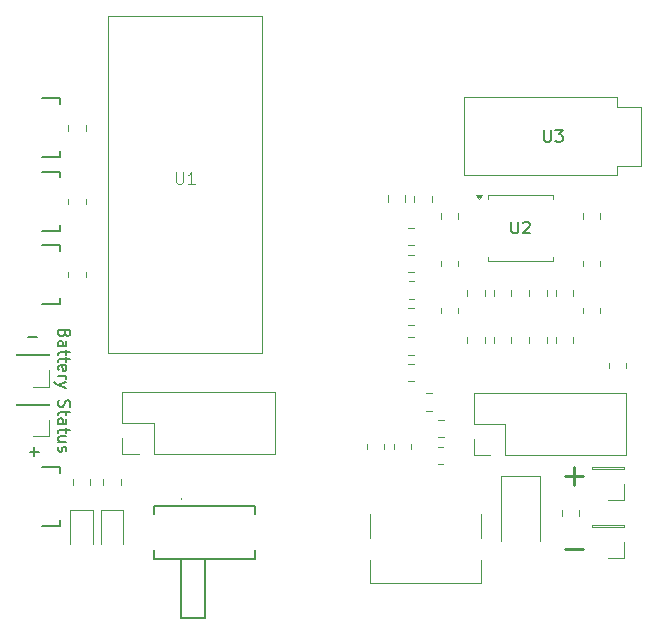
<source format=gbr>
%TF.GenerationSoftware,KiCad,Pcbnew,9.0.4*%
%TF.CreationDate,2025-09-28T00:45:50+02:00*%
%TF.ProjectId,BTM308-host,42544d33-3038-42d6-986f-73742e6b6963,rev?*%
%TF.SameCoordinates,Original*%
%TF.FileFunction,Legend,Top*%
%TF.FilePolarity,Positive*%
%FSLAX46Y46*%
G04 Gerber Fmt 4.6, Leading zero omitted, Abs format (unit mm)*
G04 Created by KiCad (PCBNEW 9.0.4) date 2025-09-28 00:45:50*
%MOMM*%
%LPD*%
G01*
G04 APERTURE LIST*
%ADD10C,0.150000*%
%ADD11C,0.250000*%
%ADD12C,0.100000*%
%ADD13C,0.127000*%
%ADD14C,0.120000*%
%ADD15C,0.200000*%
G04 APERTURE END LIST*
D10*
X116436779Y-86188866D02*
X117198684Y-86188866D01*
X116817731Y-86569819D02*
X116817731Y-85807914D01*
X119403990Y-76190474D02*
X119356371Y-76333331D01*
X119356371Y-76333331D02*
X119308752Y-76380950D01*
X119308752Y-76380950D02*
X119213514Y-76428569D01*
X119213514Y-76428569D02*
X119070657Y-76428569D01*
X119070657Y-76428569D02*
X118975419Y-76380950D01*
X118975419Y-76380950D02*
X118927800Y-76333331D01*
X118927800Y-76333331D02*
X118880180Y-76238093D01*
X118880180Y-76238093D02*
X118880180Y-75857141D01*
X118880180Y-75857141D02*
X119880180Y-75857141D01*
X119880180Y-75857141D02*
X119880180Y-76190474D01*
X119880180Y-76190474D02*
X119832561Y-76285712D01*
X119832561Y-76285712D02*
X119784942Y-76333331D01*
X119784942Y-76333331D02*
X119689704Y-76380950D01*
X119689704Y-76380950D02*
X119594466Y-76380950D01*
X119594466Y-76380950D02*
X119499228Y-76333331D01*
X119499228Y-76333331D02*
X119451609Y-76285712D01*
X119451609Y-76285712D02*
X119403990Y-76190474D01*
X119403990Y-76190474D02*
X119403990Y-75857141D01*
X118880180Y-77285712D02*
X119403990Y-77285712D01*
X119403990Y-77285712D02*
X119499228Y-77238093D01*
X119499228Y-77238093D02*
X119546847Y-77142855D01*
X119546847Y-77142855D02*
X119546847Y-76952379D01*
X119546847Y-76952379D02*
X119499228Y-76857141D01*
X118927800Y-77285712D02*
X118880180Y-77190474D01*
X118880180Y-77190474D02*
X118880180Y-76952379D01*
X118880180Y-76952379D02*
X118927800Y-76857141D01*
X118927800Y-76857141D02*
X119023038Y-76809522D01*
X119023038Y-76809522D02*
X119118276Y-76809522D01*
X119118276Y-76809522D02*
X119213514Y-76857141D01*
X119213514Y-76857141D02*
X119261133Y-76952379D01*
X119261133Y-76952379D02*
X119261133Y-77190474D01*
X119261133Y-77190474D02*
X119308752Y-77285712D01*
X119546847Y-77619046D02*
X119546847Y-77999998D01*
X119880180Y-77761903D02*
X119023038Y-77761903D01*
X119023038Y-77761903D02*
X118927800Y-77809522D01*
X118927800Y-77809522D02*
X118880180Y-77904760D01*
X118880180Y-77904760D02*
X118880180Y-77999998D01*
X119546847Y-78190475D02*
X119546847Y-78571427D01*
X119880180Y-78333332D02*
X119023038Y-78333332D01*
X119023038Y-78333332D02*
X118927800Y-78380951D01*
X118927800Y-78380951D02*
X118880180Y-78476189D01*
X118880180Y-78476189D02*
X118880180Y-78571427D01*
X118927800Y-79285713D02*
X118880180Y-79190475D01*
X118880180Y-79190475D02*
X118880180Y-78999999D01*
X118880180Y-78999999D02*
X118927800Y-78904761D01*
X118927800Y-78904761D02*
X119023038Y-78857142D01*
X119023038Y-78857142D02*
X119403990Y-78857142D01*
X119403990Y-78857142D02*
X119499228Y-78904761D01*
X119499228Y-78904761D02*
X119546847Y-78999999D01*
X119546847Y-78999999D02*
X119546847Y-79190475D01*
X119546847Y-79190475D02*
X119499228Y-79285713D01*
X119499228Y-79285713D02*
X119403990Y-79333332D01*
X119403990Y-79333332D02*
X119308752Y-79333332D01*
X119308752Y-79333332D02*
X119213514Y-78857142D01*
X118880180Y-79761904D02*
X119546847Y-79761904D01*
X119356371Y-79761904D02*
X119451609Y-79809523D01*
X119451609Y-79809523D02*
X119499228Y-79857142D01*
X119499228Y-79857142D02*
X119546847Y-79952380D01*
X119546847Y-79952380D02*
X119546847Y-80047618D01*
X119546847Y-80285714D02*
X118880180Y-80523809D01*
X119546847Y-80761904D02*
X118880180Y-80523809D01*
X118880180Y-80523809D02*
X118642085Y-80428571D01*
X118642085Y-80428571D02*
X118594466Y-80380952D01*
X118594466Y-80380952D02*
X118546847Y-80285714D01*
X118927800Y-81857143D02*
X118880180Y-82000000D01*
X118880180Y-82000000D02*
X118880180Y-82238095D01*
X118880180Y-82238095D02*
X118927800Y-82333333D01*
X118927800Y-82333333D02*
X118975419Y-82380952D01*
X118975419Y-82380952D02*
X119070657Y-82428571D01*
X119070657Y-82428571D02*
X119165895Y-82428571D01*
X119165895Y-82428571D02*
X119261133Y-82380952D01*
X119261133Y-82380952D02*
X119308752Y-82333333D01*
X119308752Y-82333333D02*
X119356371Y-82238095D01*
X119356371Y-82238095D02*
X119403990Y-82047619D01*
X119403990Y-82047619D02*
X119451609Y-81952381D01*
X119451609Y-81952381D02*
X119499228Y-81904762D01*
X119499228Y-81904762D02*
X119594466Y-81857143D01*
X119594466Y-81857143D02*
X119689704Y-81857143D01*
X119689704Y-81857143D02*
X119784942Y-81904762D01*
X119784942Y-81904762D02*
X119832561Y-81952381D01*
X119832561Y-81952381D02*
X119880180Y-82047619D01*
X119880180Y-82047619D02*
X119880180Y-82285714D01*
X119880180Y-82285714D02*
X119832561Y-82428571D01*
X119546847Y-82714286D02*
X119546847Y-83095238D01*
X119880180Y-82857143D02*
X119023038Y-82857143D01*
X119023038Y-82857143D02*
X118927800Y-82904762D01*
X118927800Y-82904762D02*
X118880180Y-83000000D01*
X118880180Y-83000000D02*
X118880180Y-83095238D01*
X118880180Y-83857143D02*
X119403990Y-83857143D01*
X119403990Y-83857143D02*
X119499228Y-83809524D01*
X119499228Y-83809524D02*
X119546847Y-83714286D01*
X119546847Y-83714286D02*
X119546847Y-83523810D01*
X119546847Y-83523810D02*
X119499228Y-83428572D01*
X118927800Y-83857143D02*
X118880180Y-83761905D01*
X118880180Y-83761905D02*
X118880180Y-83523810D01*
X118880180Y-83523810D02*
X118927800Y-83428572D01*
X118927800Y-83428572D02*
X119023038Y-83380953D01*
X119023038Y-83380953D02*
X119118276Y-83380953D01*
X119118276Y-83380953D02*
X119213514Y-83428572D01*
X119213514Y-83428572D02*
X119261133Y-83523810D01*
X119261133Y-83523810D02*
X119261133Y-83761905D01*
X119261133Y-83761905D02*
X119308752Y-83857143D01*
X119546847Y-84190477D02*
X119546847Y-84571429D01*
X119880180Y-84333334D02*
X119023038Y-84333334D01*
X119023038Y-84333334D02*
X118927800Y-84380953D01*
X118927800Y-84380953D02*
X118880180Y-84476191D01*
X118880180Y-84476191D02*
X118880180Y-84571429D01*
X119546847Y-85333334D02*
X118880180Y-85333334D01*
X119546847Y-84904763D02*
X119023038Y-84904763D01*
X119023038Y-84904763D02*
X118927800Y-84952382D01*
X118927800Y-84952382D02*
X118880180Y-85047620D01*
X118880180Y-85047620D02*
X118880180Y-85190477D01*
X118880180Y-85190477D02*
X118927800Y-85285715D01*
X118927800Y-85285715D02*
X118975419Y-85333334D01*
X118927800Y-85761906D02*
X118880180Y-85857144D01*
X118880180Y-85857144D02*
X118880180Y-86047620D01*
X118880180Y-86047620D02*
X118927800Y-86142858D01*
X118927800Y-86142858D02*
X119023038Y-86190477D01*
X119023038Y-86190477D02*
X119070657Y-86190477D01*
X119070657Y-86190477D02*
X119165895Y-86142858D01*
X119165895Y-86142858D02*
X119213514Y-86047620D01*
X119213514Y-86047620D02*
X119213514Y-85904763D01*
X119213514Y-85904763D02*
X119261133Y-85809525D01*
X119261133Y-85809525D02*
X119356371Y-85761906D01*
X119356371Y-85761906D02*
X119403990Y-85761906D01*
X119403990Y-85761906D02*
X119499228Y-85809525D01*
X119499228Y-85809525D02*
X119546847Y-85904763D01*
X119546847Y-85904763D02*
X119546847Y-86047620D01*
X119546847Y-86047620D02*
X119499228Y-86142858D01*
X116336779Y-76488866D02*
X117098684Y-76488866D01*
D11*
X163259336Y-88219666D02*
X161735527Y-88219666D01*
X162497431Y-87457761D02*
X162497431Y-88981571D01*
X163259336Y-94419666D02*
X161735527Y-94419666D01*
D12*
X128838095Y-62507419D02*
X128838095Y-63316942D01*
X128838095Y-63316942D02*
X128885714Y-63412180D01*
X128885714Y-63412180D02*
X128933333Y-63459800D01*
X128933333Y-63459800D02*
X129028571Y-63507419D01*
X129028571Y-63507419D02*
X129219047Y-63507419D01*
X129219047Y-63507419D02*
X129314285Y-63459800D01*
X129314285Y-63459800D02*
X129361904Y-63412180D01*
X129361904Y-63412180D02*
X129409523Y-63316942D01*
X129409523Y-63316942D02*
X129409523Y-62507419D01*
X130409523Y-63507419D02*
X129838095Y-63507419D01*
X130123809Y-63507419D02*
X130123809Y-62507419D01*
X130123809Y-62507419D02*
X130028571Y-62650276D01*
X130028571Y-62650276D02*
X129933333Y-62745514D01*
X129933333Y-62745514D02*
X129838095Y-62793133D01*
D10*
X157238095Y-66704819D02*
X157238095Y-67514342D01*
X157238095Y-67514342D02*
X157285714Y-67609580D01*
X157285714Y-67609580D02*
X157333333Y-67657200D01*
X157333333Y-67657200D02*
X157428571Y-67704819D01*
X157428571Y-67704819D02*
X157619047Y-67704819D01*
X157619047Y-67704819D02*
X157714285Y-67657200D01*
X157714285Y-67657200D02*
X157761904Y-67609580D01*
X157761904Y-67609580D02*
X157809523Y-67514342D01*
X157809523Y-67514342D02*
X157809523Y-66704819D01*
X158238095Y-66800057D02*
X158285714Y-66752438D01*
X158285714Y-66752438D02*
X158380952Y-66704819D01*
X158380952Y-66704819D02*
X158619047Y-66704819D01*
X158619047Y-66704819D02*
X158714285Y-66752438D01*
X158714285Y-66752438D02*
X158761904Y-66800057D01*
X158761904Y-66800057D02*
X158809523Y-66895295D01*
X158809523Y-66895295D02*
X158809523Y-66990533D01*
X158809523Y-66990533D02*
X158761904Y-67133390D01*
X158761904Y-67133390D02*
X158190476Y-67704819D01*
X158190476Y-67704819D02*
X158809523Y-67704819D01*
X160000595Y-58954819D02*
X160000595Y-59764342D01*
X160000595Y-59764342D02*
X160048214Y-59859580D01*
X160048214Y-59859580D02*
X160095833Y-59907200D01*
X160095833Y-59907200D02*
X160191071Y-59954819D01*
X160191071Y-59954819D02*
X160381547Y-59954819D01*
X160381547Y-59954819D02*
X160476785Y-59907200D01*
X160476785Y-59907200D02*
X160524404Y-59859580D01*
X160524404Y-59859580D02*
X160572023Y-59764342D01*
X160572023Y-59764342D02*
X160572023Y-58954819D01*
X160952976Y-58954819D02*
X161572023Y-58954819D01*
X161572023Y-58954819D02*
X161238690Y-59335771D01*
X161238690Y-59335771D02*
X161381547Y-59335771D01*
X161381547Y-59335771D02*
X161476785Y-59383390D01*
X161476785Y-59383390D02*
X161524404Y-59431009D01*
X161524404Y-59431009D02*
X161572023Y-59526247D01*
X161572023Y-59526247D02*
X161572023Y-59764342D01*
X161572023Y-59764342D02*
X161524404Y-59859580D01*
X161524404Y-59859580D02*
X161476785Y-59907200D01*
X161476785Y-59907200D02*
X161381547Y-59954819D01*
X161381547Y-59954819D02*
X161095833Y-59954819D01*
X161095833Y-59954819D02*
X161000595Y-59907200D01*
X161000595Y-59907200D02*
X160952976Y-59859580D01*
D13*
%TO.C,SW6*%
X119000000Y-92517500D02*
X119000000Y-92017500D01*
X119000000Y-88017500D02*
X119000000Y-87517500D01*
X119000000Y-87517500D02*
X117500000Y-87517500D01*
X117500000Y-92517500D02*
X119000000Y-92517500D01*
%TO.C,U1*%
D12*
X123100000Y-49300000D02*
X136100000Y-49300000D01*
X136100000Y-77800000D01*
X123100000Y-77800000D01*
X123100000Y-49300000D01*
D13*
%TO.C,SW1*%
X119000000Y-67475000D02*
X119000000Y-66975000D01*
X119000000Y-62975000D02*
X119000000Y-62475000D01*
X119000000Y-62475000D02*
X117500000Y-62475000D01*
X117500000Y-67475000D02*
X119000000Y-67475000D01*
D14*
%TO.C,R5*%
X121581667Y-88522936D02*
X121581667Y-88977064D01*
X120111667Y-88522936D02*
X120111667Y-88977064D01*
%TO.C,R1*%
X121185000Y-65227064D02*
X121185000Y-64772936D01*
X119715000Y-65227064D02*
X119715000Y-64772936D01*
%TO.C,J6*%
X118080000Y-84880000D02*
X116700000Y-84880000D01*
X118080000Y-83500000D02*
X118080000Y-84880000D01*
X118080000Y-82230000D02*
X118080000Y-82120000D01*
X118080000Y-82230000D02*
X115320000Y-82230000D01*
X118080000Y-82120000D02*
X115320000Y-82120000D01*
X115320000Y-82230000D02*
X115320000Y-82120000D01*
%TO.C,J7*%
X118080000Y-80680000D02*
X116700000Y-80680000D01*
X118080000Y-79300000D02*
X118080000Y-80680000D01*
X118080000Y-78030000D02*
X118080000Y-77920000D01*
X118080000Y-78030000D02*
X115320000Y-78030000D01*
X118080000Y-77920000D02*
X115320000Y-77920000D01*
X115320000Y-78030000D02*
X115320000Y-77920000D01*
%TO.C,R2*%
X121185000Y-71427064D02*
X121185000Y-70972936D01*
X119715000Y-71427064D02*
X119715000Y-70972936D01*
D15*
%TO.C,SW4*%
X126950000Y-90750000D02*
X135550000Y-90750000D01*
X126950000Y-91500000D02*
X126950000Y-90750000D01*
X126950000Y-95250000D02*
X126950000Y-94500000D01*
D12*
X129250000Y-90100000D02*
X129250000Y-90100000D01*
X129250000Y-90200000D02*
X129250000Y-90200000D01*
D15*
X129250000Y-95250000D02*
X129250000Y-100250000D01*
X129250000Y-100250000D02*
X131250000Y-100250000D01*
X131250000Y-100250000D02*
X131250000Y-95250000D01*
X135550000Y-90750000D02*
X135550000Y-91500000D01*
X135550000Y-94500000D02*
X135550000Y-95250000D01*
X135550000Y-95250000D02*
X126950000Y-95250000D01*
D12*
X129250000Y-90100000D02*
G75*
G02*
X129250000Y-90200000I0J-50000D01*
G01*
X129250000Y-90200000D02*
G75*
G02*
X129250000Y-90100000I0J50000D01*
G01*
D14*
%TO.C,D1*%
X119871667Y-91140000D02*
X119871667Y-94000000D01*
X121791667Y-91140000D02*
X119871667Y-91140000D01*
X121791667Y-94000000D02*
X121791667Y-91140000D01*
D13*
%TO.C,SW3*%
X119000000Y-61250000D02*
X119000000Y-60750000D01*
X119000000Y-56750000D02*
X119000000Y-56250000D01*
X119000000Y-56250000D02*
X117500000Y-56250000D01*
X117500000Y-61250000D02*
X119000000Y-61250000D01*
D14*
%TO.C,R4*%
X124148333Y-88522936D02*
X124148333Y-88977064D01*
X122678333Y-88522936D02*
X122678333Y-88977064D01*
D13*
%TO.C,SW2*%
X119000000Y-73700000D02*
X119000000Y-73200000D01*
X119000000Y-69200000D02*
X119000000Y-68700000D01*
X119000000Y-68700000D02*
X117500000Y-68700000D01*
X117500000Y-73700000D02*
X119000000Y-73700000D01*
D14*
%TO.C,D2*%
X124388333Y-94000000D02*
X124388333Y-91140000D01*
X124388333Y-91140000D02*
X122468333Y-91140000D01*
X122468333Y-91140000D02*
X122468333Y-94000000D01*
%TO.C,R3*%
X121185000Y-59027064D02*
X121185000Y-58572936D01*
X119715000Y-59027064D02*
X119715000Y-58572936D01*
%TO.C,J5*%
X124290000Y-81105000D02*
X137210000Y-81105000D01*
X126940000Y-83755000D02*
X124290000Y-83755000D01*
X124290000Y-83755000D02*
X124290000Y-81105000D01*
X137210000Y-86405000D02*
X137210000Y-81105000D01*
X126940000Y-86405000D02*
X126940000Y-83755000D01*
X126940000Y-86405000D02*
X137210000Y-86405000D01*
X125670000Y-86405000D02*
X124290000Y-86405000D01*
X124290000Y-86405000D02*
X124290000Y-85025000D01*
%TO.C,R21*%
X165465000Y-79127064D02*
X165465000Y-78672936D01*
X166935000Y-79127064D02*
X166935000Y-78672936D01*
%TO.C,R19*%
X163265000Y-66477064D02*
X163265000Y-66022936D01*
X164735000Y-66477064D02*
X164735000Y-66022936D01*
%TO.C,R14*%
X150022936Y-82735000D02*
X150477064Y-82735000D01*
X150022936Y-81265000D02*
X150477064Y-81265000D01*
%TO.C,R9*%
X154985000Y-72522936D02*
X154985000Y-72977064D01*
X153515000Y-72522936D02*
X153515000Y-72977064D01*
%TO.C,J1*%
X154040000Y-86507500D02*
X154040000Y-85127500D01*
X155420000Y-86507500D02*
X154040000Y-86507500D01*
X156690000Y-86507500D02*
X166960000Y-86507500D01*
X156690000Y-86507500D02*
X156690000Y-83857500D01*
X166960000Y-86507500D02*
X166960000Y-81207500D01*
X154040000Y-83857500D02*
X154040000Y-81207500D01*
X156690000Y-83857500D02*
X154040000Y-83857500D01*
X154040000Y-81207500D02*
X166960000Y-81207500D01*
%TO.C,C5*%
X148488748Y-69515000D02*
X149011252Y-69515000D01*
X148488748Y-70985000D02*
X149011252Y-70985000D01*
%TO.C,R20*%
X151265000Y-66477064D02*
X151265000Y-66022936D01*
X152735000Y-66477064D02*
X152735000Y-66022936D01*
%TO.C,R16*%
X151477064Y-87235000D02*
X151022936Y-87235000D01*
X151477064Y-85765000D02*
X151022936Y-85765000D01*
%TO.C,C4*%
X148451248Y-76515000D02*
X148973752Y-76515000D01*
X148451248Y-77985000D02*
X148973752Y-77985000D01*
%TO.C,R17*%
X145015000Y-85964564D02*
X145015000Y-85510436D01*
X146485000Y-85964564D02*
X146485000Y-85510436D01*
%TO.C,C3*%
X148451248Y-78765000D02*
X148973752Y-78765000D01*
X148451248Y-80235000D02*
X148973752Y-80235000D01*
%TO.C,C12*%
X150988748Y-84985000D02*
X151511252Y-84985000D01*
X150988748Y-83515000D02*
X151511252Y-83515000D01*
%TO.C,D3*%
X156350000Y-88227500D02*
X156350000Y-93737500D01*
X159650000Y-88227500D02*
X156350000Y-88227500D01*
X159650000Y-88227500D02*
X159650000Y-93737500D01*
%TO.C,U2*%
X155240000Y-64490000D02*
X155240000Y-64760000D01*
X155240000Y-70010000D02*
X155240000Y-69740000D01*
X158000000Y-64490000D02*
X155240000Y-64490000D01*
X158000000Y-64490000D02*
X160760000Y-64490000D01*
X158000000Y-70010000D02*
X155240000Y-70010000D01*
X158000000Y-70010000D02*
X160760000Y-70010000D01*
X160760000Y-64490000D02*
X160760000Y-64760000D01*
X160760000Y-70010000D02*
X160760000Y-69740000D01*
X154475000Y-64760000D02*
X154235000Y-64430000D01*
X154715000Y-64430000D01*
X154475000Y-64760000D01*
G36*
X154475000Y-64760000D02*
G01*
X154235000Y-64430000D01*
X154715000Y-64430000D01*
X154475000Y-64760000D01*
G37*
%TO.C,R6*%
X152735000Y-74477064D02*
X152735000Y-74022936D01*
X151265000Y-74477064D02*
X151265000Y-74022936D01*
%TO.C,R13*%
X162485000Y-72522936D02*
X162485000Y-72977064D01*
X161015000Y-72522936D02*
X161015000Y-72977064D01*
%TO.C,J4*%
X164020000Y-92530000D02*
X164020000Y-92420000D01*
X166780000Y-92420000D02*
X164020000Y-92420000D01*
X166780000Y-92530000D02*
X164020000Y-92530000D01*
X166780000Y-92530000D02*
X166780000Y-92420000D01*
X166780000Y-93800000D02*
X166780000Y-95180000D01*
X166780000Y-95180000D02*
X165400000Y-95180000D01*
%TO.C,R10*%
X164735000Y-74477064D02*
X164735000Y-74022936D01*
X163265000Y-74477064D02*
X163265000Y-74022936D01*
%TO.C,J3*%
X164020000Y-87630000D02*
X164020000Y-87520000D01*
X166780000Y-87520000D02*
X164020000Y-87520000D01*
X166780000Y-87630000D02*
X164020000Y-87630000D01*
X166780000Y-87630000D02*
X166780000Y-87520000D01*
X166780000Y-88900000D02*
X166780000Y-90280000D01*
X166780000Y-90280000D02*
X165400000Y-90280000D01*
%TO.C,C8*%
X157235000Y-77011252D02*
X157235000Y-76488748D01*
X155765000Y-77011252D02*
X155765000Y-76488748D01*
%TO.C,U3*%
X153200000Y-62800000D02*
X153200000Y-56200000D01*
X166200000Y-56200000D02*
X153200000Y-56200000D01*
X166200000Y-57000000D02*
X166200000Y-56200000D01*
X166200000Y-62000000D02*
X166200000Y-62800000D01*
X166200000Y-62800000D02*
X153200000Y-62800000D01*
X168200000Y-57000000D02*
X166200000Y-57000000D01*
X168200000Y-61700000D02*
X168200000Y-57000000D01*
X168200000Y-61700000D02*
X168200000Y-62000000D01*
X168200000Y-62000000D02*
X166200000Y-62000000D01*
%TO.C,C6*%
X161015000Y-77011252D02*
X161015000Y-76488748D01*
X162485000Y-77011252D02*
X162485000Y-76488748D01*
%TO.C,C10*%
X148488748Y-67265000D02*
X149011252Y-67265000D01*
X148488748Y-68735000D02*
X149011252Y-68735000D01*
%TO.C,R11*%
X160235000Y-72977064D02*
X160235000Y-72522936D01*
X158765000Y-72977064D02*
X158765000Y-72522936D01*
%TO.C,R15*%
X148522936Y-73235000D02*
X148977064Y-73235000D01*
X148522936Y-71765000D02*
X148977064Y-71765000D01*
%TO.C,C11*%
X146765000Y-65011252D02*
X146765000Y-64488748D01*
X148235000Y-65011252D02*
X148235000Y-64488748D01*
%TO.C,C1*%
X161515000Y-91088748D02*
X161515000Y-91611252D01*
X162985000Y-91088748D02*
X162985000Y-91611252D01*
%TO.C,C7*%
X153515000Y-77011252D02*
X153515000Y-76488748D01*
X154985000Y-77011252D02*
X154985000Y-76488748D01*
%TO.C,C13*%
X148973752Y-75485000D02*
X148451248Y-75485000D01*
X148973752Y-74015000D02*
X148451248Y-74015000D01*
%TO.C,R8*%
X151265000Y-70477064D02*
X151265000Y-70022936D01*
X152735000Y-70477064D02*
X152735000Y-70022936D01*
%TO.C,R12*%
X163265000Y-70477064D02*
X163265000Y-70022936D01*
X164735000Y-70477064D02*
X164735000Y-70022936D01*
%TO.C,C9*%
X160235000Y-77011252D02*
X160235000Y-76488748D01*
X158765000Y-77011252D02*
X158765000Y-76488748D01*
%TO.C,R18*%
X147265000Y-85964564D02*
X147265000Y-85510436D01*
X148735000Y-85964564D02*
X148735000Y-85510436D01*
%TO.C,J2*%
X145300000Y-91497500D02*
X145300000Y-93497500D01*
X145300000Y-95397500D02*
X145300000Y-97297500D01*
X145300000Y-97297500D02*
X154700000Y-97297500D01*
X154700000Y-91497500D02*
X154700000Y-93497500D01*
X154700000Y-95397500D02*
X154700000Y-97297500D01*
%TO.C,C2*%
X149015000Y-65048752D02*
X149015000Y-64526248D01*
X150485000Y-65048752D02*
X150485000Y-64526248D01*
%TO.C,R7*%
X155765000Y-72977064D02*
X155765000Y-72522936D01*
X157235000Y-72977064D02*
X157235000Y-72522936D01*
%TD*%
M02*

</source>
